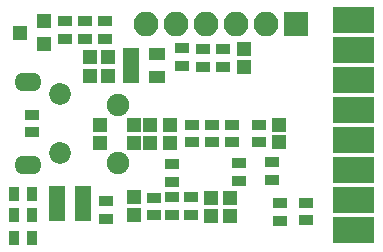
<source format=gbs>
%TF.GenerationSoftware,KiCad,Pcbnew,4.0.7*%
%TF.CreationDate,2017-11-19T11:54:36+08:00*%
%TF.ProjectId,ST-Link V2.1,53542D4C696E6B2056322E312E6B6963,rev?*%
%TF.FileFunction,Soldermask,Bot*%
%FSLAX46Y46*%
G04 Gerber Fmt 4.6, Leading zero omitted, Abs format (unit mm)*
G04 Created by KiCad (PCBNEW 4.0.7) date 11/19/17 11:54:36*
%MOMM*%
%LPD*%
G01*
G04 APERTURE LIST*
%ADD10C,0.100000*%
%ADD11C,1.850000*%
%ADD12O,2.300000X1.600000*%
%ADD13R,1.300000X0.900000*%
%ADD14R,2.100000X2.100000*%
%ADD15O,2.100000X2.100000*%
%ADD16R,1.150000X1.200000*%
%ADD17R,1.460000X1.050000*%
%ADD18R,0.900000X1.300000*%
%ADD19R,1.300000X1.200000*%
%ADD20R,1.200000X1.150000*%
%ADD21C,1.900000*%
G04 APERTURE END LIST*
D10*
D11*
X123520200Y-106100000D03*
X123520200Y-111100000D03*
D12*
X120820200Y-105100000D03*
X120820200Y-112100000D03*
D13*
X133065000Y-112040000D03*
X133065000Y-113540000D03*
X141500000Y-113360000D03*
X141500000Y-111860000D03*
X138720000Y-111970000D03*
X138720000Y-113470000D03*
D10*
G36*
X150100000Y-98720000D02*
X150100000Y-100920000D01*
X146700000Y-100920000D01*
X146700000Y-98720000D01*
X150100000Y-98720000D01*
X150100000Y-98720000D01*
G37*
G36*
X150100000Y-101260000D02*
X150100000Y-103460000D01*
X146700000Y-103460000D01*
X146700000Y-101260000D01*
X150100000Y-101260000D01*
X150100000Y-101260000D01*
G37*
G36*
X150100000Y-103800000D02*
X150100000Y-106000000D01*
X146700000Y-106000000D01*
X146700000Y-103800000D01*
X150100000Y-103800000D01*
X150100000Y-103800000D01*
G37*
G36*
X150100000Y-106340000D02*
X150100000Y-108540000D01*
X146700000Y-108540000D01*
X146700000Y-106340000D01*
X150100000Y-106340000D01*
X150100000Y-106340000D01*
G37*
G36*
X150100000Y-108880000D02*
X150100000Y-111080000D01*
X146700000Y-111080000D01*
X146700000Y-108880000D01*
X150100000Y-108880000D01*
X150100000Y-108880000D01*
G37*
G36*
X150100000Y-111420000D02*
X150100000Y-113620000D01*
X146700000Y-113620000D01*
X146700000Y-111420000D01*
X150100000Y-111420000D01*
X150100000Y-111420000D01*
G37*
G36*
X150100000Y-113960000D02*
X150100000Y-116160000D01*
X146700000Y-116160000D01*
X146700000Y-113960000D01*
X150100000Y-113960000D01*
X150100000Y-113960000D01*
G37*
G36*
X150100000Y-116500000D02*
X150100000Y-118700000D01*
X146700000Y-118700000D01*
X146700000Y-116500000D01*
X150100000Y-116500000D01*
X150100000Y-116500000D01*
G37*
D14*
X143535400Y-100177600D03*
D15*
X140995400Y-100177600D03*
X138455400Y-100177600D03*
X135915400Y-100177600D03*
X133375400Y-100177600D03*
X130835400Y-100177600D03*
D13*
X135670000Y-103800000D03*
X135670000Y-102300000D03*
X134721600Y-110190000D03*
X134721600Y-108690000D03*
D16*
X136320000Y-114920000D03*
X136320000Y-116420000D03*
X142062200Y-110190000D03*
X142062200Y-108690000D03*
X139100000Y-103800000D03*
X139100000Y-102300000D03*
X132892800Y-110249400D03*
X132892800Y-108749400D03*
D13*
X127470000Y-116650000D03*
X127470000Y-115150000D03*
X144380912Y-115296150D03*
X144380912Y-116796150D03*
X142223600Y-116827000D03*
X142223600Y-115327000D03*
D17*
X123270000Y-116320000D03*
X123270000Y-115370000D03*
X123270000Y-114420000D03*
X125470000Y-114420000D03*
X125470000Y-116320000D03*
X125470000Y-115370000D03*
D13*
X137390000Y-102300000D03*
X137390000Y-103800000D03*
X136448800Y-108690000D03*
X136448800Y-110190000D03*
X138099800Y-110190000D03*
X138099800Y-108690000D03*
X140430000Y-108690000D03*
X140430000Y-110190000D03*
X127336200Y-99963400D03*
X127336200Y-101463400D03*
X133870000Y-102230000D03*
X133870000Y-103730000D03*
X123983400Y-101463400D03*
X123983400Y-99963400D03*
X125659800Y-99963400D03*
X125659800Y-101463400D03*
X121170200Y-107850000D03*
X121170200Y-109350000D03*
D18*
X121200000Y-118325000D03*
X119700000Y-118325000D03*
X121200000Y-114550000D03*
X119700000Y-114550000D03*
X121200000Y-116350000D03*
X119700000Y-116350000D03*
D13*
X133065000Y-114860400D03*
X133065000Y-116360400D03*
X134665200Y-114860400D03*
X134665200Y-116360400D03*
X131490200Y-114885800D03*
X131490200Y-116385800D03*
D19*
X122200000Y-99950000D03*
X122200000Y-101850000D03*
X120200000Y-100900000D03*
D16*
X131190000Y-110260000D03*
X131190000Y-108760000D03*
D20*
X127592600Y-102987600D03*
X126092600Y-102987600D03*
D16*
X129810000Y-108750000D03*
X129810000Y-110250000D03*
X126950000Y-110260000D03*
X126950000Y-108760000D03*
X129813800Y-116360400D03*
X129813800Y-114860400D03*
X137940000Y-114920000D03*
X137940000Y-116420000D03*
D21*
X128498600Y-111912400D03*
X128498600Y-107032400D03*
D20*
X127592600Y-104587800D03*
X126092600Y-104587800D03*
D17*
X129580000Y-104630000D03*
X129580000Y-103680000D03*
X129580000Y-102730000D03*
X131780000Y-102730000D03*
X131780000Y-104630000D03*
M02*

</source>
